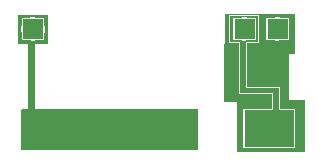
<source format=gbr>
%TF.GenerationSoftware,KiCad,Pcbnew,7.0.7*%
%TF.CreationDate,2024-04-09T13:36:58-07:00*%
%TF.ProjectId,Side B,53696465-2042-42e6-9b69-6361645f7063,rev?*%
%TF.SameCoordinates,Original*%
%TF.FileFunction,Copper,L2,Bot*%
%TF.FilePolarity,Positive*%
%FSLAX46Y46*%
G04 Gerber Fmt 4.6, Leading zero omitted, Abs format (unit mm)*
G04 Created by KiCad (PCBNEW 7.0.7) date 2024-04-09 13:36:58*
%MOMM*%
%LPD*%
G01*
G04 APERTURE LIST*
%TA.AperFunction,ComponentPad*%
%ADD10R,1.700000X1.700000*%
%TD*%
G04 APERTURE END LIST*
D10*
%TO.P,J1,1,Pin_1*%
%TO.N,unconnected-(J1-Pin_1-Pad1)*%
X145800000Y-93650000D03*
%TD*%
%TO.P,J2,1,Pin_1*%
%TO.N,unconnected-(J2-Pin_1-Pad1)*%
X163700000Y-93650000D03*
%TD*%
%TO.P,J3,1,Pin_1*%
%TO.N,unconnected-(J3-Pin_1-Pad1)*%
X166500000Y-93650000D03*
%TD*%
%TA.AperFunction,NonConductor*%
G36*
X145400000Y-100550000D02*
G01*
X145950000Y-100550000D01*
X145950000Y-100404822D01*
X159676000Y-100404822D01*
X159743039Y-100424507D01*
X159788794Y-100477311D01*
X159800000Y-100528822D01*
X159800000Y-103780822D01*
X159780315Y-103847861D01*
X159727511Y-103893616D01*
X159676000Y-103904822D01*
X144924000Y-103904822D01*
X144856961Y-103885137D01*
X144811206Y-103832333D01*
X144800000Y-103780822D01*
X144800000Y-100528822D01*
X144819685Y-100461783D01*
X144872489Y-100416028D01*
X144924000Y-100404822D01*
X145400000Y-100404822D01*
X145400000Y-100550000D01*
G37*
%TD.AperFunction*%
%TA.AperFunction,NonConductor*%
G36*
X147088184Y-92504101D02*
G01*
X147092285Y-92513932D01*
X147103872Y-94885932D01*
X147099820Y-94895851D01*
X147089940Y-94900000D01*
X144514000Y-94900000D01*
X144504101Y-94895899D01*
X144500000Y-94886000D01*
X144500000Y-93700936D01*
X144795631Y-93700936D01*
X144811158Y-93802289D01*
X144826444Y-93902070D01*
X144848629Y-93961974D01*
X144849500Y-93966836D01*
X144849500Y-94509896D01*
X144849501Y-94509899D01*
X144855331Y-94539213D01*
X144877543Y-94572457D01*
X144910787Y-94594669D01*
X144940101Y-94600500D01*
X145474998Y-94600499D01*
X145480519Y-94601634D01*
X145493227Y-94607087D01*
X145498942Y-94609540D01*
X145698259Y-94650500D01*
X145698262Y-94650500D01*
X145850740Y-94650500D01*
X145850742Y-94650500D01*
X146002438Y-94635074D01*
X146110588Y-94601141D01*
X146114780Y-94600499D01*
X146659897Y-94600499D01*
X146659898Y-94600499D01*
X146689213Y-94594669D01*
X146722457Y-94572457D01*
X146744669Y-94539213D01*
X146750500Y-94509899D01*
X146750499Y-93972318D01*
X146750946Y-93968810D01*
X146768226Y-93902071D01*
X146794063Y-93802285D01*
X146804369Y-93599064D01*
X146773556Y-93397929D01*
X146751370Y-93338024D01*
X146750499Y-93333162D01*
X146750499Y-92790103D01*
X146750499Y-92790101D01*
X146744669Y-92760787D01*
X146722457Y-92727543D01*
X146689213Y-92705331D01*
X146689212Y-92705330D01*
X146689211Y-92705330D01*
X146659899Y-92699500D01*
X146125000Y-92699500D01*
X146119479Y-92698365D01*
X146101060Y-92690461D01*
X146101061Y-92690461D01*
X146101058Y-92690460D01*
X146101054Y-92690459D01*
X146101044Y-92690456D01*
X145901745Y-92649500D01*
X145901741Y-92649500D01*
X145749258Y-92649500D01*
X145749253Y-92649500D01*
X145597558Y-92664926D01*
X145489410Y-92698858D01*
X145485219Y-92699500D01*
X144940103Y-92699500D01*
X144910787Y-92705331D01*
X144877543Y-92727543D01*
X144855330Y-92760788D01*
X144849500Y-92790101D01*
X144849500Y-93327679D01*
X144849053Y-93331188D01*
X144805938Y-93497710D01*
X144805936Y-93497717D01*
X144800797Y-93599064D01*
X144795631Y-93700936D01*
X144500000Y-93700936D01*
X144500000Y-92514000D01*
X144504101Y-92504101D01*
X144514000Y-92500000D01*
X147078285Y-92500000D01*
X147088184Y-92504101D01*
G37*
%TD.AperFunction*%
%TA.AperFunction,NonConductor*%
G36*
X167991521Y-92404101D02*
G01*
X167995622Y-92413982D01*
X167999981Y-95735947D01*
X167995893Y-95745851D01*
X167985999Y-95749965D01*
X167985947Y-95749965D01*
X167448553Y-95748641D01*
X167437871Y-99705830D01*
X167437872Y-99705831D01*
X168835869Y-99692745D01*
X168845806Y-99696752D01*
X168849999Y-99706613D01*
X168850000Y-99706744D01*
X168850000Y-104063242D01*
X168845899Y-104073141D01*
X168836000Y-104077242D01*
X163077953Y-104077242D01*
X163068054Y-104073141D01*
X163063953Y-104063242D01*
X163063953Y-99827242D01*
X162013769Y-99809898D01*
X162003938Y-99805635D01*
X162000000Y-99795900D01*
X162000000Y-97419835D01*
X162012467Y-92450000D01*
X162400000Y-92450000D01*
X162400000Y-92550000D01*
X162400000Y-92700000D01*
X162400000Y-94750000D01*
X162400000Y-94850000D01*
X163236000Y-94850000D01*
X163245899Y-94854101D01*
X163250000Y-94864000D01*
X163250000Y-98450000D01*
X163250000Y-99100000D01*
X163250000Y-99200000D01*
X166036000Y-99200000D01*
X166045899Y-99204101D01*
X166050000Y-99214000D01*
X166050000Y-100436000D01*
X166045899Y-100445899D01*
X166036000Y-100450000D01*
X165300000Y-100450000D01*
X163600000Y-100450000D01*
X163600000Y-100550000D01*
X163600000Y-103750000D01*
X168000000Y-103750000D01*
X168000000Y-100450000D01*
X166714000Y-100450000D01*
X166704101Y-100445899D01*
X166700000Y-100436000D01*
X166700000Y-98550000D01*
X166600000Y-98550000D01*
X163914000Y-98550000D01*
X163904101Y-98545899D01*
X163900000Y-98536000D01*
X163900000Y-94864000D01*
X163904101Y-94854101D01*
X163914000Y-94850000D01*
X164950000Y-94850000D01*
X164950000Y-93700936D01*
X165495631Y-93700936D01*
X165511158Y-93802289D01*
X165526444Y-93902070D01*
X165548629Y-93961974D01*
X165549500Y-93966836D01*
X165549500Y-94509896D01*
X165549501Y-94509899D01*
X165555331Y-94539213D01*
X165577543Y-94572457D01*
X165610787Y-94594669D01*
X165640101Y-94600500D01*
X166174998Y-94600499D01*
X166180519Y-94601634D01*
X166193227Y-94607087D01*
X166198942Y-94609540D01*
X166398259Y-94650500D01*
X166398262Y-94650500D01*
X166550740Y-94650500D01*
X166550742Y-94650500D01*
X166702438Y-94635074D01*
X166810588Y-94601141D01*
X166814780Y-94600499D01*
X167359897Y-94600499D01*
X167359898Y-94600499D01*
X167389213Y-94594669D01*
X167422457Y-94572457D01*
X167444669Y-94539213D01*
X167450500Y-94509899D01*
X167450499Y-93972318D01*
X167450946Y-93968810D01*
X167468226Y-93902071D01*
X167494063Y-93802285D01*
X167504369Y-93599064D01*
X167473556Y-93397929D01*
X167451370Y-93338024D01*
X167450499Y-93333162D01*
X167450499Y-92790103D01*
X167450499Y-92790101D01*
X167444669Y-92760787D01*
X167422457Y-92727543D01*
X167389213Y-92705331D01*
X167389212Y-92705330D01*
X167389211Y-92705330D01*
X167359899Y-92699500D01*
X166825000Y-92699500D01*
X166819479Y-92698365D01*
X166801060Y-92690461D01*
X166801061Y-92690461D01*
X166801058Y-92690460D01*
X166801054Y-92690459D01*
X166801044Y-92690456D01*
X166601745Y-92649500D01*
X166601741Y-92649500D01*
X166449258Y-92649500D01*
X166449253Y-92649500D01*
X166297558Y-92664926D01*
X166189410Y-92698858D01*
X166185219Y-92699500D01*
X165640103Y-92699500D01*
X165610787Y-92705331D01*
X165577543Y-92727543D01*
X165555330Y-92760788D01*
X165549500Y-92790101D01*
X165549500Y-93327679D01*
X165549053Y-93331188D01*
X165505938Y-93497710D01*
X165505936Y-93497717D01*
X165500797Y-93599064D01*
X165495631Y-93700936D01*
X164950000Y-93700936D01*
X164950000Y-92450000D01*
X164850000Y-92450000D01*
X162400000Y-92450000D01*
X162012467Y-92450000D01*
X162012557Y-92413965D01*
X162016682Y-92404076D01*
X162026557Y-92400000D01*
X167981622Y-92400000D01*
X167991521Y-92404101D01*
G37*
%TD.AperFunction*%
%TA.AperFunction,NonConductor*%
G36*
X164845899Y-92554101D02*
G01*
X164850000Y-92564000D01*
X164850000Y-94736000D01*
X164845899Y-94745899D01*
X164836000Y-94750000D01*
X163800000Y-94750000D01*
X163800000Y-94850000D01*
X163800000Y-98550000D01*
X163800000Y-98650000D01*
X166586000Y-98650000D01*
X166595899Y-98654101D01*
X166600000Y-98664000D01*
X166600000Y-100550000D01*
X166700000Y-100550000D01*
X167886000Y-100550000D01*
X167895899Y-100554101D01*
X167900000Y-100564000D01*
X167900000Y-103636000D01*
X167895899Y-103645899D01*
X167886000Y-103650000D01*
X163714000Y-103650000D01*
X163704101Y-103645899D01*
X163700000Y-103636000D01*
X163700000Y-100564000D01*
X163704101Y-100554101D01*
X163714000Y-100550000D01*
X166150000Y-100550000D01*
X166150000Y-99100000D01*
X163364000Y-99100000D01*
X163354101Y-99095899D01*
X163350000Y-99086000D01*
X163350000Y-94750000D01*
X163250000Y-94750000D01*
X162514000Y-94750000D01*
X162504101Y-94745899D01*
X162500000Y-94736000D01*
X162500000Y-93700936D01*
X162695631Y-93700936D01*
X162711158Y-93802289D01*
X162726444Y-93902070D01*
X162748629Y-93961974D01*
X162749500Y-93966836D01*
X162749500Y-94509896D01*
X162749501Y-94509899D01*
X162755331Y-94539213D01*
X162777543Y-94572457D01*
X162810787Y-94594669D01*
X162840101Y-94600500D01*
X163374998Y-94600499D01*
X163380519Y-94601634D01*
X163393227Y-94607087D01*
X163398942Y-94609540D01*
X163598259Y-94650500D01*
X163598262Y-94650500D01*
X163750740Y-94650500D01*
X163750742Y-94650500D01*
X163902438Y-94635074D01*
X164010588Y-94601141D01*
X164014780Y-94600499D01*
X164559897Y-94600499D01*
X164559898Y-94600499D01*
X164589213Y-94594669D01*
X164622457Y-94572457D01*
X164644669Y-94539213D01*
X164650500Y-94509899D01*
X164650499Y-93972318D01*
X164650946Y-93968810D01*
X164668226Y-93902071D01*
X164694063Y-93802285D01*
X164704369Y-93599064D01*
X164673556Y-93397929D01*
X164651370Y-93338024D01*
X164650499Y-93333162D01*
X164650499Y-92790103D01*
X164650499Y-92790101D01*
X164644669Y-92760787D01*
X164622457Y-92727543D01*
X164589213Y-92705331D01*
X164589212Y-92705330D01*
X164589211Y-92705330D01*
X164559899Y-92699500D01*
X164025000Y-92699500D01*
X164019479Y-92698365D01*
X164001060Y-92690461D01*
X164001061Y-92690461D01*
X164001058Y-92690460D01*
X164001054Y-92690459D01*
X164001044Y-92690456D01*
X163801745Y-92649500D01*
X163801741Y-92649500D01*
X163649258Y-92649500D01*
X163649253Y-92649500D01*
X163497558Y-92664926D01*
X163389410Y-92698858D01*
X163385219Y-92699500D01*
X162840103Y-92699500D01*
X162810787Y-92705331D01*
X162777543Y-92727543D01*
X162755330Y-92760788D01*
X162749500Y-92790101D01*
X162749500Y-93327679D01*
X162749053Y-93331188D01*
X162705938Y-93497710D01*
X162705936Y-93497717D01*
X162700797Y-93599064D01*
X162695631Y-93700936D01*
X162500000Y-93700936D01*
X162500000Y-92564000D01*
X162504101Y-92554101D01*
X162514000Y-92550000D01*
X164836000Y-92550000D01*
X164845899Y-92554101D01*
G37*
%TD.AperFunction*%
%TA.AperFunction,NonConductor*%
G36*
X145950000Y-100550000D02*
G01*
X145400000Y-100550000D01*
X145400000Y-94900000D01*
X145950000Y-94900000D01*
X145950000Y-100550000D01*
G37*
%TD.AperFunction*%
M02*

</source>
